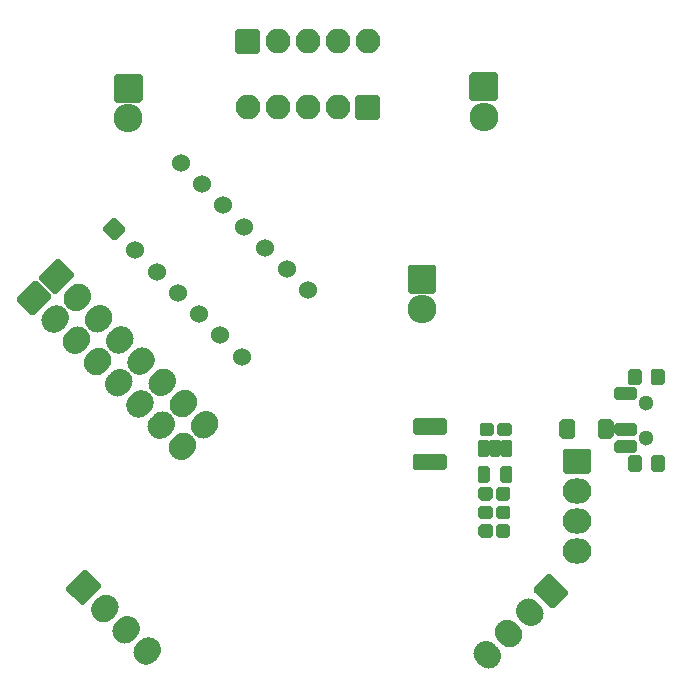
<source format=gbr>
%TF.GenerationSoftware,KiCad,Pcbnew,(5.1.10)-1*%
%TF.CreationDate,2022-09-07T09:41:17-03:00*%
%TF.ProjectId,OpenBCI_Wifi_Shield,4f70656e-4243-4495-9f57-6966695f5368,v1.0.0*%
%TF.SameCoordinates,Original*%
%TF.FileFunction,Soldermask,Bot*%
%TF.FilePolarity,Negative*%
%FSLAX46Y46*%
G04 Gerber Fmt 4.6, Leading zero omitted, Abs format (unit mm)*
G04 Created by KiCad (PCBNEW (5.1.10)-1) date 2022-09-07 09:41:17*
%MOMM*%
%LPD*%
G01*
G04 APERTURE LIST*
%ADD10O,2.432000X2.127200*%
%ADD11O,2.432000X2.432000*%
%ADD12C,1.300000*%
%ADD13C,1.530000*%
%ADD14O,2.100000X2.100000*%
G04 APERTURE END LIST*
%TO.C,P8*%
G36*
G01*
X83644901Y-85742142D02*
X85081742Y-84305301D01*
G75*
G02*
X85364584Y-84305301I141421J-141421D01*
G01*
X86585899Y-85526616D01*
G75*
G02*
X86585899Y-85809458I-141421J-141421D01*
G01*
X85149058Y-87246299D01*
G75*
G02*
X84866216Y-87246299I-141421J141421D01*
G01*
X83644901Y-86024984D01*
G75*
G02*
X83644901Y-85742142I141421J141421D01*
G01*
G37*
G36*
G01*
X86051609Y-86927535D02*
X86267135Y-86712009D01*
G75*
G02*
X87771293Y-86712009I752079J-752079D01*
G01*
X87771293Y-86712009D01*
G75*
G02*
X87771293Y-88216167I-752079J-752079D01*
G01*
X87555767Y-88431693D01*
G75*
G02*
X86051609Y-88431693I-752079J752079D01*
G01*
X86051609Y-88431693D01*
G75*
G02*
X86051609Y-86927535I752079J752079D01*
G01*
G37*
G36*
G01*
X87847660Y-88723586D02*
X88063186Y-88508060D01*
G75*
G02*
X89567344Y-88508060I752079J-752079D01*
G01*
X89567344Y-88508060D01*
G75*
G02*
X89567344Y-90012218I-752079J-752079D01*
G01*
X89351818Y-90227744D01*
G75*
G02*
X87847660Y-90227744I-752079J752079D01*
G01*
X87847660Y-90227744D01*
G75*
G02*
X87847660Y-88723586I752079J752079D01*
G01*
G37*
G36*
G01*
X89643712Y-90519638D02*
X89859238Y-90304112D01*
G75*
G02*
X91363396Y-90304112I752079J-752079D01*
G01*
X91363396Y-90304112D01*
G75*
G02*
X91363396Y-91808270I-752079J-752079D01*
G01*
X91147870Y-92023796D01*
G75*
G02*
X89643712Y-92023796I-752079J752079D01*
G01*
X89643712Y-92023796D01*
G75*
G02*
X89643712Y-90519638I752079J752079D01*
G01*
G37*
G36*
G01*
X91439763Y-92315689D02*
X91655289Y-92100163D01*
G75*
G02*
X93159447Y-92100163I752079J-752079D01*
G01*
X93159447Y-92100163D01*
G75*
G02*
X93159447Y-93604321I-752079J-752079D01*
G01*
X92943921Y-93819847D01*
G75*
G02*
X91439763Y-93819847I-752079J752079D01*
G01*
X91439763Y-93819847D01*
G75*
G02*
X91439763Y-92315689I752079J752079D01*
G01*
G37*
G36*
G01*
X93235814Y-94111740D02*
X93451340Y-93896214D01*
G75*
G02*
X94955498Y-93896214I752079J-752079D01*
G01*
X94955498Y-93896214D01*
G75*
G02*
X94955498Y-95400372I-752079J-752079D01*
G01*
X94739972Y-95615898D01*
G75*
G02*
X93235814Y-95615898I-752079J752079D01*
G01*
X93235814Y-95615898D01*
G75*
G02*
X93235814Y-94111740I752079J752079D01*
G01*
G37*
G36*
G01*
X95031865Y-95907791D02*
X95247391Y-95692265D01*
G75*
G02*
X96751549Y-95692265I752079J-752079D01*
G01*
X96751549Y-95692265D01*
G75*
G02*
X96751549Y-97196423I-752079J-752079D01*
G01*
X96536023Y-97411949D01*
G75*
G02*
X95031865Y-97411949I-752079J752079D01*
G01*
X95031865Y-97411949D01*
G75*
G02*
X95031865Y-95907791I752079J752079D01*
G01*
G37*
G36*
G01*
X96827917Y-97703843D02*
X97043443Y-97488317D01*
G75*
G02*
X98547601Y-97488317I752079J-752079D01*
G01*
X98547601Y-97488317D01*
G75*
G02*
X98547601Y-98992475I-752079J-752079D01*
G01*
X98332075Y-99208001D01*
G75*
G02*
X96827917Y-99208001I-752079J752079D01*
G01*
X96827917Y-99208001D01*
G75*
G02*
X96827917Y-97703843I752079J752079D01*
G01*
G37*
%TD*%
%TO.C,P9*%
G36*
G01*
X130082400Y-98555200D02*
X132114400Y-98555200D01*
G75*
G02*
X132314400Y-98755200I0J-200000D01*
G01*
X132314400Y-100482400D01*
G75*
G02*
X132114400Y-100682400I-200000J0D01*
G01*
X130082400Y-100682400D01*
G75*
G02*
X129882400Y-100482400I0J200000D01*
G01*
X129882400Y-98755200D01*
G75*
G02*
X130082400Y-98555200I200000J0D01*
G01*
G37*
D10*
X131098400Y-102158800D03*
X131098400Y-104698800D03*
X131098400Y-107238800D03*
%TD*%
%TO.C,P10*%
G36*
G01*
X128924458Y-109132301D02*
X130361299Y-110569142D01*
G75*
G02*
X130361299Y-110851984I-141421J-141421D01*
G01*
X129139984Y-112073299D01*
G75*
G02*
X128857142Y-112073299I-141421J141421D01*
G01*
X127420301Y-110636458D01*
G75*
G02*
X127420301Y-110353616I141421J141421D01*
G01*
X128641616Y-109132301D01*
G75*
G02*
X128924458Y-109132301I141421J-141421D01*
G01*
G37*
G36*
G01*
X127739065Y-111539009D02*
X127954591Y-111754535D01*
G75*
G02*
X127954591Y-113258693I-752079J-752079D01*
G01*
X127954591Y-113258693D01*
G75*
G02*
X126450433Y-113258693I-752079J752079D01*
G01*
X126234907Y-113043167D01*
G75*
G02*
X126234907Y-111539009I752079J752079D01*
G01*
X126234907Y-111539009D01*
G75*
G02*
X127739065Y-111539009I752079J-752079D01*
G01*
G37*
G36*
G01*
X125943014Y-113335060D02*
X126158540Y-113550586D01*
G75*
G02*
X126158540Y-115054744I-752079J-752079D01*
G01*
X126158540Y-115054744D01*
G75*
G02*
X124654382Y-115054744I-752079J752079D01*
G01*
X124438856Y-114839218D01*
G75*
G02*
X124438856Y-113335060I752079J752079D01*
G01*
X124438856Y-113335060D01*
G75*
G02*
X125943014Y-113335060I752079J-752079D01*
G01*
G37*
G36*
G01*
X124146962Y-115131112D02*
X124362488Y-115346638D01*
G75*
G02*
X124362488Y-116850796I-752079J-752079D01*
G01*
X124362488Y-116850796D01*
G75*
G02*
X122858330Y-116850796I-752079J752079D01*
G01*
X122642804Y-116635270D01*
G75*
G02*
X122642804Y-115131112I752079J752079D01*
G01*
X122642804Y-115131112D01*
G75*
G02*
X124146962Y-115131112I752079J-752079D01*
G01*
G37*
%TD*%
%TO.C,P7*%
G36*
G01*
X85524501Y-83913342D02*
X86961342Y-82476501D01*
G75*
G02*
X87244184Y-82476501I141421J-141421D01*
G01*
X88465499Y-83697816D01*
G75*
G02*
X88465499Y-83980658I-141421J-141421D01*
G01*
X87028658Y-85417499D01*
G75*
G02*
X86745816Y-85417499I-141421J141421D01*
G01*
X85524501Y-84196184D01*
G75*
G02*
X85524501Y-83913342I141421J141421D01*
G01*
G37*
G36*
G01*
X87931209Y-85098735D02*
X88146735Y-84883209D01*
G75*
G02*
X89650893Y-84883209I752079J-752079D01*
G01*
X89650893Y-84883209D01*
G75*
G02*
X89650893Y-86387367I-752079J-752079D01*
G01*
X89435367Y-86602893D01*
G75*
G02*
X87931209Y-86602893I-752079J752079D01*
G01*
X87931209Y-86602893D01*
G75*
G02*
X87931209Y-85098735I752079J752079D01*
G01*
G37*
G36*
G01*
X89727260Y-86894786D02*
X89942786Y-86679260D01*
G75*
G02*
X91446944Y-86679260I752079J-752079D01*
G01*
X91446944Y-86679260D01*
G75*
G02*
X91446944Y-88183418I-752079J-752079D01*
G01*
X91231418Y-88398944D01*
G75*
G02*
X89727260Y-88398944I-752079J752079D01*
G01*
X89727260Y-88398944D01*
G75*
G02*
X89727260Y-86894786I752079J752079D01*
G01*
G37*
G36*
G01*
X91523312Y-88690838D02*
X91738838Y-88475312D01*
G75*
G02*
X93242996Y-88475312I752079J-752079D01*
G01*
X93242996Y-88475312D01*
G75*
G02*
X93242996Y-89979470I-752079J-752079D01*
G01*
X93027470Y-90194996D01*
G75*
G02*
X91523312Y-90194996I-752079J752079D01*
G01*
X91523312Y-90194996D01*
G75*
G02*
X91523312Y-88690838I752079J752079D01*
G01*
G37*
G36*
G01*
X93319363Y-90486889D02*
X93534889Y-90271363D01*
G75*
G02*
X95039047Y-90271363I752079J-752079D01*
G01*
X95039047Y-90271363D01*
G75*
G02*
X95039047Y-91775521I-752079J-752079D01*
G01*
X94823521Y-91991047D01*
G75*
G02*
X93319363Y-91991047I-752079J752079D01*
G01*
X93319363Y-91991047D01*
G75*
G02*
X93319363Y-90486889I752079J752079D01*
G01*
G37*
G36*
G01*
X95115414Y-92282940D02*
X95330940Y-92067414D01*
G75*
G02*
X96835098Y-92067414I752079J-752079D01*
G01*
X96835098Y-92067414D01*
G75*
G02*
X96835098Y-93571572I-752079J-752079D01*
G01*
X96619572Y-93787098D01*
G75*
G02*
X95115414Y-93787098I-752079J752079D01*
G01*
X95115414Y-93787098D01*
G75*
G02*
X95115414Y-92282940I752079J752079D01*
G01*
G37*
G36*
G01*
X96911465Y-94078991D02*
X97126991Y-93863465D01*
G75*
G02*
X98631149Y-93863465I752079J-752079D01*
G01*
X98631149Y-93863465D01*
G75*
G02*
X98631149Y-95367623I-752079J-752079D01*
G01*
X98415623Y-95583149D01*
G75*
G02*
X96911465Y-95583149I-752079J752079D01*
G01*
X96911465Y-95583149D01*
G75*
G02*
X96911465Y-94078991I752079J752079D01*
G01*
G37*
G36*
G01*
X98707517Y-95875043D02*
X98923043Y-95659517D01*
G75*
G02*
X100427201Y-95659517I752079J-752079D01*
G01*
X100427201Y-95659517D01*
G75*
G02*
X100427201Y-97163675I-752079J-752079D01*
G01*
X100211675Y-97379201D01*
G75*
G02*
X98707517Y-97379201I-752079J752079D01*
G01*
X98707517Y-97379201D01*
G75*
G02*
X98707517Y-95875043I752079J752079D01*
G01*
G37*
%TD*%
%TO.C,P4*%
G36*
G01*
X92075000Y-66810000D02*
X94107000Y-66810000D01*
G75*
G02*
X94307000Y-67010000I0J-200000D01*
G01*
X94307000Y-69042000D01*
G75*
G02*
X94107000Y-69242000I-200000J0D01*
G01*
X92075000Y-69242000D01*
G75*
G02*
X91875000Y-69042000I0J200000D01*
G01*
X91875000Y-67010000D01*
G75*
G02*
X92075000Y-66810000I200000J0D01*
G01*
G37*
D11*
X93091000Y-70566000D03*
%TD*%
%TO.C,P6*%
G36*
G01*
X116951000Y-82985000D02*
X118983000Y-82985000D01*
G75*
G02*
X119183000Y-83185000I0J-200000D01*
G01*
X119183000Y-85217000D01*
G75*
G02*
X118983000Y-85417000I-200000J0D01*
G01*
X116951000Y-85417000D01*
G75*
G02*
X116751000Y-85217000I0J200000D01*
G01*
X116751000Y-83185000D01*
G75*
G02*
X116951000Y-82985000I200000J0D01*
G01*
G37*
X117967000Y-86741000D03*
%TD*%
%TO.C,P5*%
G36*
G01*
X122174000Y-66683000D02*
X124206000Y-66683000D01*
G75*
G02*
X124406000Y-66883000I0J-200000D01*
G01*
X124406000Y-68915000D01*
G75*
G02*
X124206000Y-69115000I-200000J0D01*
G01*
X122174000Y-69115000D01*
G75*
G02*
X121974000Y-68915000I0J200000D01*
G01*
X121974000Y-66883000D01*
G75*
G02*
X122174000Y-66683000I200000J0D01*
G01*
G37*
X123190000Y-70439000D03*
%TD*%
%TO.C,C1*%
G36*
G01*
X122754400Y-102737000D02*
X122754400Y-101987000D01*
G75*
G02*
X122954400Y-101787000I200000J0D01*
G01*
X123754400Y-101787000D01*
G75*
G02*
X123954400Y-101987000I0J-200000D01*
G01*
X123954400Y-102737000D01*
G75*
G02*
X123754400Y-102937000I-200000J0D01*
G01*
X122954400Y-102937000D01*
G75*
G02*
X122754400Y-102737000I0J200000D01*
G01*
G37*
G36*
G01*
X124254400Y-102737000D02*
X124254400Y-101987000D01*
G75*
G02*
X124454400Y-101787000I200000J0D01*
G01*
X125254400Y-101787000D01*
G75*
G02*
X125454400Y-101987000I0J-200000D01*
G01*
X125454400Y-102737000D01*
G75*
G02*
X125254400Y-102937000I-200000J0D01*
G01*
X124454400Y-102937000D01*
G75*
G02*
X124254400Y-102737000I0J200000D01*
G01*
G37*
%TD*%
%TO.C,C2*%
G36*
G01*
X122754400Y-104311800D02*
X122754400Y-103561800D01*
G75*
G02*
X122954400Y-103361800I200000J0D01*
G01*
X123754400Y-103361800D01*
G75*
G02*
X123954400Y-103561800I0J-200000D01*
G01*
X123954400Y-104311800D01*
G75*
G02*
X123754400Y-104511800I-200000J0D01*
G01*
X122954400Y-104511800D01*
G75*
G02*
X122754400Y-104311800I0J200000D01*
G01*
G37*
G36*
G01*
X124254400Y-104311800D02*
X124254400Y-103561800D01*
G75*
G02*
X124454400Y-103361800I200000J0D01*
G01*
X125254400Y-103361800D01*
G75*
G02*
X125454400Y-103561800I0J-200000D01*
G01*
X125454400Y-104311800D01*
G75*
G02*
X125254400Y-104511800I-200000J0D01*
G01*
X124454400Y-104511800D01*
G75*
G02*
X124254400Y-104311800I0J200000D01*
G01*
G37*
%TD*%
%TO.C,C3*%
G36*
G01*
X122754400Y-105886600D02*
X122754400Y-105136600D01*
G75*
G02*
X122954400Y-104936600I200000J0D01*
G01*
X123754400Y-104936600D01*
G75*
G02*
X123954400Y-105136600I0J-200000D01*
G01*
X123954400Y-105886600D01*
G75*
G02*
X123754400Y-106086600I-200000J0D01*
G01*
X122954400Y-106086600D01*
G75*
G02*
X122754400Y-105886600I0J200000D01*
G01*
G37*
G36*
G01*
X124254400Y-105886600D02*
X124254400Y-105136600D01*
G75*
G02*
X124454400Y-104936600I200000J0D01*
G01*
X125254400Y-104936600D01*
G75*
G02*
X125454400Y-105136600I0J-200000D01*
G01*
X125454400Y-105886600D01*
G75*
G02*
X125254400Y-106086600I-200000J0D01*
G01*
X124454400Y-106086600D01*
G75*
G02*
X124254400Y-105886600I0J200000D01*
G01*
G37*
%TD*%
%TO.C,P1*%
G36*
G01*
X87853501Y-110248342D02*
X89290342Y-108811501D01*
G75*
G02*
X89573184Y-108811501I141421J-141421D01*
G01*
X90794499Y-110032816D01*
G75*
G02*
X90794499Y-110315658I-141421J-141421D01*
G01*
X89357658Y-111752499D01*
G75*
G02*
X89074816Y-111752499I-141421J141421D01*
G01*
X87853501Y-110531184D01*
G75*
G02*
X87853501Y-110248342I141421J141421D01*
G01*
G37*
G36*
G01*
X90260209Y-111433735D02*
X90475735Y-111218209D01*
G75*
G02*
X91979893Y-111218209I752079J-752079D01*
G01*
X91979893Y-111218209D01*
G75*
G02*
X91979893Y-112722367I-752079J-752079D01*
G01*
X91764367Y-112937893D01*
G75*
G02*
X90260209Y-112937893I-752079J752079D01*
G01*
X90260209Y-112937893D01*
G75*
G02*
X90260209Y-111433735I752079J752079D01*
G01*
G37*
G36*
G01*
X92056260Y-113229786D02*
X92271786Y-113014260D01*
G75*
G02*
X93775944Y-113014260I752079J-752079D01*
G01*
X93775944Y-113014260D01*
G75*
G02*
X93775944Y-114518418I-752079J-752079D01*
G01*
X93560418Y-114733944D01*
G75*
G02*
X92056260Y-114733944I-752079J752079D01*
G01*
X92056260Y-114733944D01*
G75*
G02*
X92056260Y-113229786I752079J752079D01*
G01*
G37*
G36*
G01*
X93852312Y-115025838D02*
X94067838Y-114810312D01*
G75*
G02*
X95571996Y-114810312I752079J-752079D01*
G01*
X95571996Y-114810312D01*
G75*
G02*
X95571996Y-116314470I-752079J-752079D01*
G01*
X95356470Y-116529996D01*
G75*
G02*
X93852312Y-116529996I-752079J752079D01*
G01*
X93852312Y-116529996D01*
G75*
G02*
X93852312Y-115025838I752079J752079D01*
G01*
G37*
%TD*%
%TO.C,R2*%
G36*
G01*
X122856000Y-97301400D02*
X122856000Y-96551400D01*
G75*
G02*
X123056000Y-96351400I200000J0D01*
G01*
X123856000Y-96351400D01*
G75*
G02*
X124056000Y-96551400I0J-200000D01*
G01*
X124056000Y-97301400D01*
G75*
G02*
X123856000Y-97501400I-200000J0D01*
G01*
X123056000Y-97501400D01*
G75*
G02*
X122856000Y-97301400I0J200000D01*
G01*
G37*
G36*
G01*
X124356000Y-97301400D02*
X124356000Y-96551400D01*
G75*
G02*
X124556000Y-96351400I200000J0D01*
G01*
X125356000Y-96351400D01*
G75*
G02*
X125556000Y-96551400I0J-200000D01*
G01*
X125556000Y-97301400D01*
G75*
G02*
X125356000Y-97501400I-200000J0D01*
G01*
X124556000Y-97501400D01*
G75*
G02*
X124356000Y-97301400I0J200000D01*
G01*
G37*
%TD*%
%TO.C,U2*%
G36*
G01*
X122880200Y-97788800D02*
X123530200Y-97788800D01*
G75*
G02*
X123730200Y-97988800I0J-200000D01*
G01*
X123730200Y-99048800D01*
G75*
G02*
X123530200Y-99248800I-200000J0D01*
G01*
X122880200Y-99248800D01*
G75*
G02*
X122680200Y-99048800I0J200000D01*
G01*
X122680200Y-97988800D01*
G75*
G02*
X122880200Y-97788800I200000J0D01*
G01*
G37*
G36*
G01*
X123830200Y-97788800D02*
X124480200Y-97788800D01*
G75*
G02*
X124680200Y-97988800I0J-200000D01*
G01*
X124680200Y-99048800D01*
G75*
G02*
X124480200Y-99248800I-200000J0D01*
G01*
X123830200Y-99248800D01*
G75*
G02*
X123630200Y-99048800I0J200000D01*
G01*
X123630200Y-97988800D01*
G75*
G02*
X123830200Y-97788800I200000J0D01*
G01*
G37*
G36*
G01*
X124780200Y-97788800D02*
X125430200Y-97788800D01*
G75*
G02*
X125630200Y-97988800I0J-200000D01*
G01*
X125630200Y-99048800D01*
G75*
G02*
X125430200Y-99248800I-200000J0D01*
G01*
X124780200Y-99248800D01*
G75*
G02*
X124580200Y-99048800I0J200000D01*
G01*
X124580200Y-97988800D01*
G75*
G02*
X124780200Y-97788800I200000J0D01*
G01*
G37*
G36*
G01*
X124780200Y-99988800D02*
X125430200Y-99988800D01*
G75*
G02*
X125630200Y-100188800I0J-200000D01*
G01*
X125630200Y-101248800D01*
G75*
G02*
X125430200Y-101448800I-200000J0D01*
G01*
X124780200Y-101448800D01*
G75*
G02*
X124580200Y-101248800I0J200000D01*
G01*
X124580200Y-100188800D01*
G75*
G02*
X124780200Y-99988800I200000J0D01*
G01*
G37*
G36*
G01*
X122880200Y-99988800D02*
X123530200Y-99988800D01*
G75*
G02*
X123730200Y-100188800I0J-200000D01*
G01*
X123730200Y-101248800D01*
G75*
G02*
X123530200Y-101448800I-200000J0D01*
G01*
X122880200Y-101448800D01*
G75*
G02*
X122680200Y-101248800I0J200000D01*
G01*
X122680200Y-100188800D01*
G75*
G02*
X122880200Y-99988800I200000J0D01*
G01*
G37*
%TD*%
%TO.C,C4*%
G36*
G01*
X119868000Y-100371000D02*
X117368000Y-100371000D01*
G75*
G02*
X117168000Y-100171000I0J200000D01*
G01*
X117168000Y-99171000D01*
G75*
G02*
X117368000Y-98971000I200000J0D01*
G01*
X119868000Y-98971000D01*
G75*
G02*
X120068000Y-99171000I0J-200000D01*
G01*
X120068000Y-100171000D01*
G75*
G02*
X119868000Y-100371000I-200000J0D01*
G01*
G37*
G36*
G01*
X119868000Y-97371000D02*
X117368000Y-97371000D01*
G75*
G02*
X117168000Y-97171000I0J200000D01*
G01*
X117168000Y-96171000D01*
G75*
G02*
X117368000Y-95971000I200000J0D01*
G01*
X119868000Y-95971000D01*
G75*
G02*
X120068000Y-96171000I0J-200000D01*
G01*
X120068000Y-97171000D01*
G75*
G02*
X119868000Y-97371000I-200000J0D01*
G01*
G37*
%TD*%
%TO.C,D1*%
G36*
G01*
X129606700Y-97485200D02*
X129606700Y-96266000D01*
G75*
G02*
X129806700Y-96066000I200000J0D01*
G01*
X130721100Y-96066000D01*
G75*
G02*
X130921100Y-96266000I0J-200000D01*
G01*
X130921100Y-97485200D01*
G75*
G02*
X130721100Y-97685200I-200000J0D01*
G01*
X129806700Y-97685200D01*
G75*
G02*
X129606700Y-97485200I0J200000D01*
G01*
G37*
G36*
G01*
X132883300Y-97485200D02*
X132883300Y-96266000D01*
G75*
G02*
X133083300Y-96066000I200000J0D01*
G01*
X133997700Y-96066000D01*
G75*
G02*
X134197700Y-96266000I0J-200000D01*
G01*
X134197700Y-97485200D01*
G75*
G02*
X133997700Y-97685200I-200000J0D01*
G01*
X133083300Y-97685200D01*
G75*
G02*
X132883300Y-97485200I0J200000D01*
G01*
G37*
%TD*%
%TO.C,SW3*%
G36*
G01*
X135591800Y-99089000D02*
X136391800Y-99089000D01*
G75*
G02*
X136591800Y-99289000I0J-200000D01*
G01*
X136591800Y-100289000D01*
G75*
G02*
X136391800Y-100489000I-200000J0D01*
G01*
X135591800Y-100489000D01*
G75*
G02*
X135391800Y-100289000I0J200000D01*
G01*
X135391800Y-99289000D01*
G75*
G02*
X135591800Y-99089000I200000J0D01*
G01*
G37*
G36*
G01*
X137521800Y-99089000D02*
X138321800Y-99089000D01*
G75*
G02*
X138521800Y-99289000I0J-200000D01*
G01*
X138521800Y-100289000D01*
G75*
G02*
X138321800Y-100489000I-200000J0D01*
G01*
X137521800Y-100489000D01*
G75*
G02*
X137321800Y-100289000I0J200000D01*
G01*
X137321800Y-99289000D01*
G75*
G02*
X137521800Y-99089000I200000J0D01*
G01*
G37*
G36*
G01*
X137521800Y-91789000D02*
X138321800Y-91789000D01*
G75*
G02*
X138521800Y-91989000I0J-200000D01*
G01*
X138521800Y-92989000D01*
G75*
G02*
X138321800Y-93189000I-200000J0D01*
G01*
X137521800Y-93189000D01*
G75*
G02*
X137321800Y-92989000I0J200000D01*
G01*
X137321800Y-91989000D01*
G75*
G02*
X137521800Y-91789000I200000J0D01*
G01*
G37*
D12*
X136956800Y-97639000D03*
G36*
G01*
X136156800Y-98039000D02*
X136156800Y-98739000D01*
G75*
G02*
X135956800Y-98939000I-200000J0D01*
G01*
X134456800Y-98939000D01*
G75*
G02*
X134256800Y-98739000I0J200000D01*
G01*
X134256800Y-98039000D01*
G75*
G02*
X134456800Y-97839000I200000J0D01*
G01*
X135956800Y-97839000D01*
G75*
G02*
X136156800Y-98039000I0J-200000D01*
G01*
G37*
G36*
G01*
X136156800Y-96539000D02*
X136156800Y-97239000D01*
G75*
G02*
X135956800Y-97439000I-200000J0D01*
G01*
X134456800Y-97439000D01*
G75*
G02*
X134256800Y-97239000I0J200000D01*
G01*
X134256800Y-96539000D01*
G75*
G02*
X134456800Y-96339000I200000J0D01*
G01*
X135956800Y-96339000D01*
G75*
G02*
X136156800Y-96539000I0J-200000D01*
G01*
G37*
G36*
G01*
X136156800Y-93539000D02*
X136156800Y-94239000D01*
G75*
G02*
X135956800Y-94439000I-200000J0D01*
G01*
X134456800Y-94439000D01*
G75*
G02*
X134256800Y-94239000I0J200000D01*
G01*
X134256800Y-93539000D01*
G75*
G02*
X134456800Y-93339000I200000J0D01*
G01*
X135956800Y-93339000D01*
G75*
G02*
X136156800Y-93539000I0J-200000D01*
G01*
G37*
X136956800Y-94639000D03*
G36*
G01*
X135591800Y-91789000D02*
X136391800Y-91789000D01*
G75*
G02*
X136591800Y-91989000I0J-200000D01*
G01*
X136591800Y-92989000D01*
G75*
G02*
X136391800Y-93189000I-200000J0D01*
G01*
X135591800Y-93189000D01*
G75*
G02*
X135391800Y-92989000I0J200000D01*
G01*
X135391800Y-91989000D01*
G75*
G02*
X135591800Y-91789000I200000J0D01*
G01*
G37*
%TD*%
%TO.C,IC2*%
G36*
G01*
X91774211Y-80906512D02*
X90975180Y-80107481D01*
G75*
G02*
X90975180Y-79824639I141421J141421D01*
G01*
X91774211Y-79025608D01*
G75*
G02*
X92057053Y-79025608I141421J-141421D01*
G01*
X92856084Y-79824639D01*
G75*
G02*
X92856084Y-80107481I-141421J-141421D01*
G01*
X92057053Y-80906512D01*
G75*
G02*
X91774211Y-80906512I-141421J141421D01*
G01*
G37*
D13*
X93711684Y-81762111D03*
X95507735Y-83558163D03*
X97303786Y-85354214D03*
X99099837Y-87150265D03*
X100895889Y-88946316D03*
X102691940Y-90742368D03*
X108306368Y-85127940D03*
X106510316Y-83331889D03*
X104714265Y-81535837D03*
X102918214Y-79739786D03*
X101122163Y-77943735D03*
X99326111Y-76147684D03*
X97530060Y-74351632D03*
%TD*%
D14*
%TO.C,J1*%
X113371000Y-64047000D03*
X110831000Y-64047000D03*
X108291000Y-64047000D03*
X105751000Y-64047000D03*
G36*
G01*
X104061000Y-65097000D02*
X102361000Y-65097000D01*
G75*
G02*
X102161000Y-64897000I0J200000D01*
G01*
X102161000Y-63197000D01*
G75*
G02*
X102361000Y-62997000I200000J0D01*
G01*
X104061000Y-62997000D01*
G75*
G02*
X104261000Y-63197000I0J-200000D01*
G01*
X104261000Y-64897000D01*
G75*
G02*
X104061000Y-65097000I-200000J0D01*
G01*
G37*
%TD*%
%TO.C,J2*%
G36*
G01*
X112511000Y-68597000D02*
X114211000Y-68597000D01*
G75*
G02*
X114411000Y-68797000I0J-200000D01*
G01*
X114411000Y-70497000D01*
G75*
G02*
X114211000Y-70697000I-200000J0D01*
G01*
X112511000Y-70697000D01*
G75*
G02*
X112311000Y-70497000I0J200000D01*
G01*
X112311000Y-68797000D01*
G75*
G02*
X112511000Y-68597000I200000J0D01*
G01*
G37*
X110821000Y-69647000D03*
X108281000Y-69647000D03*
X105741000Y-69647000D03*
X103201000Y-69647000D03*
%TD*%
M02*

</source>
